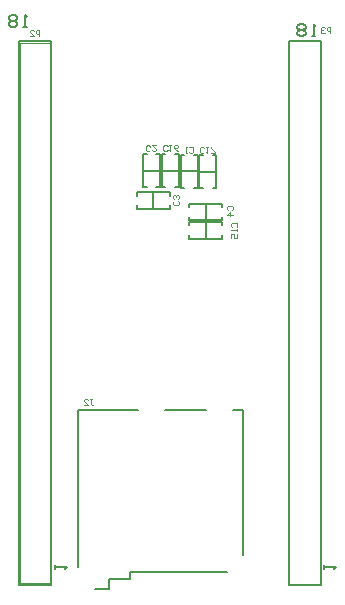
<source format=gbo>
G04*
G04 #@! TF.GenerationSoftware,Altium Limited,Altium Designer,21.8.1 (53)*
G04*
G04 Layer_Color=32896*
%FSLAX23Y23*%
%MOIN*%
G70*
G04*
G04 #@! TF.SameCoordinates,9A98099C-E915-48DC-B274-BBC1B63A1E23*
G04*
G04*
G04 #@! TF.FilePolarity,Positive*
G04*
G01*
G75*
%ADD11C,0.008*%
%ADD12C,0.004*%
%ADD13C,0.006*%
%ADD95C,0.006*%
D11*
X947Y-844D02*
X1053D01*
Y-2656D02*
Y-844D01*
X947Y-2656D02*
X1053D01*
X947D02*
Y-844D01*
X299Y-2672D02*
X346D01*
X243Y-2074D02*
X444D01*
X535D02*
X669D01*
X759D02*
X795D01*
Y-2558D02*
Y-2074D01*
X243Y-2597D02*
Y-2074D01*
X346Y-2672D02*
Y-2639D01*
X417D01*
Y-2615D01*
X739D01*
X47Y-2656D02*
Y-844D01*
Y-2656D02*
X153D01*
Y-844D01*
X47D02*
X153D01*
D12*
X50Y-850D02*
X150D01*
X50Y-2650D02*
X150D01*
X50D02*
Y-850D01*
X150Y-2650D02*
Y-850D01*
X115Y-827D02*
Y-807D01*
X106D01*
X102Y-810D01*
Y-817D01*
X106Y-820D01*
X115D01*
X83Y-827D02*
X96D01*
X83Y-814D01*
Y-810D01*
X86Y-807D01*
X92D01*
X96Y-810D01*
X1085Y-819D02*
Y-799D01*
X1076D01*
X1072Y-802D01*
Y-809D01*
X1076Y-812D01*
X1085D01*
X1066Y-802D02*
X1062Y-799D01*
X1056D01*
X1053Y-802D01*
Y-806D01*
X1056Y-809D01*
X1059D01*
X1056D01*
X1053Y-812D01*
Y-816D01*
X1056Y-819D01*
X1062D01*
X1066Y-816D01*
X282Y-2038D02*
X289D01*
X286D01*
Y-2055D01*
X289Y-2058D01*
X292D01*
X296Y-2055D01*
X263Y-2058D02*
X276D01*
X263Y-2045D01*
Y-2041D01*
X266Y-2038D01*
X273D01*
X276Y-2041D01*
X664Y-1215D02*
X660Y-1218D01*
X654D01*
X650Y-1215D01*
Y-1201D01*
X654Y-1198D01*
X660D01*
X664Y-1201D01*
X670Y-1198D02*
X677D01*
X673D01*
Y-1218D01*
X670Y-1215D01*
X686Y-1218D02*
X700D01*
Y-1215D01*
X686Y-1201D01*
Y-1198D01*
X542Y-1209D02*
X538Y-1212D01*
X532D01*
X528Y-1209D01*
Y-1195D01*
X532Y-1192D01*
X538D01*
X542Y-1195D01*
X548Y-1192D02*
X555D01*
X551D01*
Y-1212D01*
X548Y-1209D01*
X578Y-1212D02*
X571Y-1209D01*
X564Y-1202D01*
Y-1195D01*
X568Y-1192D01*
X574D01*
X578Y-1195D01*
Y-1199D01*
X574Y-1202D01*
X564D01*
X758Y-1465D02*
X755Y-1461D01*
Y-1455D01*
X758Y-1451D01*
X772D01*
X775Y-1455D01*
Y-1461D01*
X772Y-1465D01*
X775Y-1471D02*
Y-1478D01*
Y-1474D01*
X755D01*
X758Y-1471D01*
X755Y-1501D02*
Y-1487D01*
X765D01*
X762Y-1494D01*
Y-1497D01*
X765Y-1501D01*
X772D01*
X775Y-1497D01*
Y-1491D01*
X772Y-1487D01*
X743Y-1408D02*
X740Y-1404D01*
Y-1398D01*
X743Y-1394D01*
X756D01*
X759Y-1398D01*
Y-1404D01*
X756Y-1408D01*
X759Y-1424D02*
X740D01*
X750Y-1414D01*
Y-1427D01*
X576Y-1378D02*
X579Y-1381D01*
Y-1388D01*
X576Y-1391D01*
X563D01*
X559Y-1388D01*
Y-1381D01*
X563Y-1378D01*
X576Y-1371D02*
X579Y-1368D01*
Y-1361D01*
X576Y-1358D01*
X572D01*
X569Y-1361D01*
Y-1365D01*
Y-1361D01*
X566Y-1358D01*
X563D01*
X559Y-1361D01*
Y-1368D01*
X563Y-1371D01*
X482Y-1209D02*
X479Y-1212D01*
X473D01*
X469Y-1209D01*
Y-1196D01*
X473Y-1192D01*
X479D01*
X482Y-1196D01*
X502Y-1192D02*
X489D01*
X502Y-1205D01*
Y-1209D01*
X499Y-1212D01*
X492D01*
X489Y-1209D01*
X615Y-1199D02*
X618Y-1196D01*
X625D01*
X628Y-1199D01*
Y-1213D01*
X625Y-1216D01*
X618D01*
X615Y-1213D01*
X608Y-1216D02*
X602D01*
X605D01*
Y-1196D01*
X608Y-1199D01*
D13*
X460Y-1277D02*
X516D01*
X504Y-1332D02*
X516D01*
Y-1222D01*
X504D02*
X516D01*
X460D02*
X472D01*
X460Y-1332D02*
Y-1222D01*
Y-1332D02*
X472D01*
X495Y-1404D02*
Y-1348D01*
X550Y-1360D02*
Y-1348D01*
X440D02*
X550D01*
X440Y-1360D02*
Y-1348D01*
Y-1404D02*
Y-1392D01*
Y-1404D02*
X550D01*
Y-1392D01*
X670Y-1442D02*
Y-1386D01*
X725Y-1398D02*
Y-1386D01*
X615D02*
X725D01*
X615Y-1398D02*
Y-1386D01*
Y-1442D02*
Y-1430D01*
Y-1442D02*
X725D01*
Y-1430D01*
X523Y-1331D02*
X535D01*
X523D02*
Y-1221D01*
X535D01*
X567D02*
X579D01*
Y-1331D02*
Y-1221D01*
X567Y-1331D02*
X579D01*
X523Y-1276D02*
X579D01*
X648Y-1335D02*
X660D01*
X648D02*
Y-1224D01*
X660D01*
X692D02*
X704D01*
Y-1335D02*
Y-1224D01*
X692Y-1335D02*
X704D01*
X648Y-1280D02*
X704D01*
X586Y-1278D02*
X642D01*
X630Y-1333D02*
X642D01*
Y-1223D01*
X630D02*
X642D01*
X586D02*
X598D01*
X586Y-1333D02*
Y-1223D01*
Y-1333D02*
X598D01*
X725Y-1503D02*
Y-1491D01*
X615Y-1503D02*
X725D01*
X615D02*
Y-1491D01*
Y-1459D02*
Y-1448D01*
X725D01*
Y-1459D02*
Y-1448D01*
X670Y-1503D02*
Y-1448D01*
D95*
X1065Y-2605D02*
Y-2592D01*
Y-2598D01*
X1105D01*
X1098Y-2605D01*
X1035Y-827D02*
X1022D01*
X1029D01*
Y-787D01*
X1035Y-794D01*
X1002D02*
X995Y-787D01*
X982D01*
X975Y-794D01*
Y-801D01*
X982Y-807D01*
X975Y-814D01*
Y-821D01*
X982Y-827D01*
X995D01*
X1002Y-821D01*
Y-814D01*
X995Y-807D01*
X1002Y-801D01*
Y-794D01*
X995Y-807D02*
X982D01*
X74Y-798D02*
X61D01*
X67D01*
Y-758D01*
X74Y-765D01*
X41D02*
X34Y-758D01*
X21D01*
X14Y-765D01*
Y-771D01*
X21Y-778D01*
X14Y-785D01*
Y-791D01*
X21Y-798D01*
X34D01*
X41Y-791D01*
Y-785D01*
X34Y-778D01*
X41Y-771D01*
Y-765D01*
X34Y-778D02*
X21D01*
X167Y-2605D02*
Y-2591D01*
Y-2598D01*
X207D01*
X200Y-2605D01*
M02*

</source>
